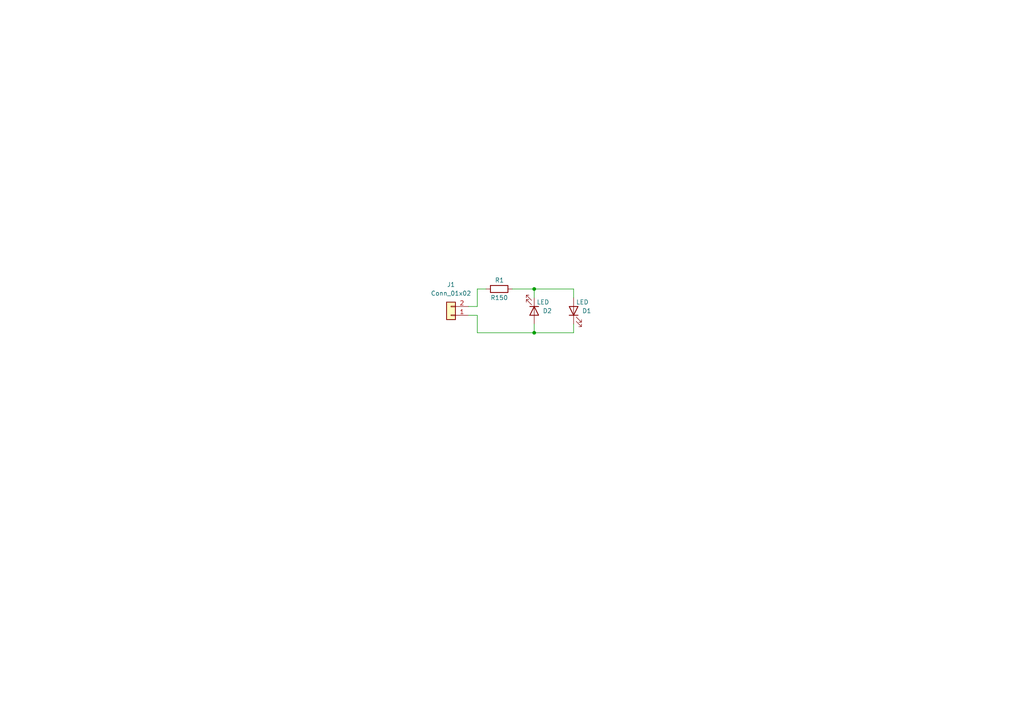
<source format=kicad_sch>
(kicad_sch (version 20230121) (generator eeschema)
  (paper "A4")
  (title_block (title "IRCUT GPIO Finder") (date "2023-05-31") (rev "1") (company "themactep.com") (comment 1 "Paul Philippov"))
  (lib_symbols
    (symbol "Connector_Generic:Conn_01x02" (pin_names (offset 1.016) hide)
      (property "Reference" "J" (at 0 2.54 0))
      (property "Value" "Conn_01x02" (at 0 -5.08 0))
      (symbol "Conn_01x02_1_1"
        (rectangle (start -1.27 -2.413) (end 0 -2.667) (stroke (width 0.1524)))
        (rectangle (start -1.27 0.127) (end 0 -0.127) (stroke (width 0.1524)))
        (rectangle (start -1.27 1.27) (end 1.27 -3.81) (stroke (width 0.254)) (fill (type background)))
        (pin passive line (at -5.08 0 0) (length 3.81) (name "Pin_1") (number "1"))
        (pin passive line (at -5.08 -2.54 0) (length 3.81) (name "Pin_2") (number "2"))
      )
    )
    (symbol "Device:LED" (pin_numbers hide) (pin_names (offset 1.016) hide)
      (property "Reference" "D" (at 0 2.54 0))
      (property "Value" "LED" (at 0 -2.54 0))
      (symbol "LED_0_1"
        (polyline (pts (xy -1.27 -1.27) (xy -1.27 1.27)) (stroke (width 0.254)))
        (polyline (pts (xy -1.27 0) (xy 1.27 0)))
        (polyline (pts (xy 1.27 -1.27) (xy 1.27 1.27) (xy -1.27 0) (xy 1.27 -1.27)) (stroke (width 0.254)))
        (polyline (pts (xy -3.048 -0.762) (xy -4.572 -2.286) (xy -3.81 -2.286) (xy -4.572 -2.286) (xy -4.572 -1.524)))
        (polyline (pts (xy -1.778 -0.762) (xy -3.302 -2.286) (xy -2.54 -2.286) (xy -3.302 -2.286) (xy -3.302 -1.524)))
      )
      (symbol "LED_1_1"
        (pin passive line (at -3.81 0 0) (length 2.54) (name "K") (number "1"))
        (pin passive line (at 3.81 0 180) (length 2.54) (name "A") (number "2"))
      )
    )
    (symbol "Device:R" (pin_numbers hide) (pin_names (offset 0))
      (property "Reference" "R" (at 2.032 0 90))
      (property "Value" "R" (at 0 0 90))
      (symbol "R_0_1"
        (rectangle (start -1.016 -2.54) (end 1.016 2.54) (stroke (width 0.254)))
      )
      (symbol "R_1_1"
        (pin passive line (at 0 3.81 270) (length 1.27) (name "~") (number "1"))
        (pin passive line (at 0 -3.81 90) (length 1.27) (name "~") (number "2"))
      )
    )
  )
  (junction (at 154.94 83.82))
  (junction (at 154.94 96.52))
  (wire (pts (xy 154.94 83.82) (xy 166.37 83.82)))
  (wire (pts (xy 138.43 88.9) (xy 138.43 83.82)))
  (wire (pts (xy 154.94 96.52) (xy 154.94 93.98)))
  (wire (pts (xy 138.43 96.52) (xy 138.43 91.44)))
  (wire (pts (xy 138.43 96.52) (xy 154.94 96.52)))
  (wire (pts (xy 138.43 83.82) (xy 140.97 83.82)))
  (wire (pts (xy 166.37 96.52) (xy 154.94 96.52)))
  (wire (pts (xy 148.59 83.82) (xy 154.94 83.82)))
  (wire (pts (xy 166.37 83.82) (xy 166.37 86.36)))
  (wire (pts (xy 166.37 96.52) (xy 166.37 93.98)))
  (wire (pts (xy 154.94 83.82) (xy 154.94 86.36)))
  (wire (pts (xy 135.89 88.9) (xy 138.43 88.9)))
  (wire (pts (xy 138.43 91.44) (xy 135.89 91.44)))
  (symbol (lib_id "Device:LED") (at 154.94 90.17 270) (unit 1)
    (property "Reference" "D2" (at 158.75 90.17 90))
    (property "Value" "LED" (at 157.48 87.63 90))
    (property "Footprint" "LED_SMD:LED_1206_3216Metric" (effects hide))
  )
  (symbol (lib_id "Device:R") (at 144.78 83.82 270) (unit 1)
    (property "Reference" "R1" (at 143.51 81.28 90) (effects (justify left)))
    (property "Value" "R150" (at 142.24 86.36 90) (effects (justify left)))
    (property "Footprint" "Resistor_SMD:R_1206_3216Metric" (effects hide))
  )
  (symbol (lib_id "Device:LED") (at 166.37 90.17 90) (unit 1)
    (property "Reference" "D1" (at 170.18 90.17 90))
    (property "Value" "LED" (at 168.91 87.63 90))
    (property "Footprint" "LED_SMD:LED_1206_3216Metric" (effects hide))
  )
  (symbol (lib_id "Connector_Generic:Conn_01x02") (at 130.81 91.44 180) (unit 1)
    (property "Reference" "J1" (at 130.81 82.55 0))
    (property "Value" "Conn_01x02" (at 130.81 85.09 0))
    (property "Footprint" "Connector_JST:JST_GH_SM02B-GHS-TB_1x02-1MP_P1.25mm_Horizontal" (effects hide))
  )
)
</source>
